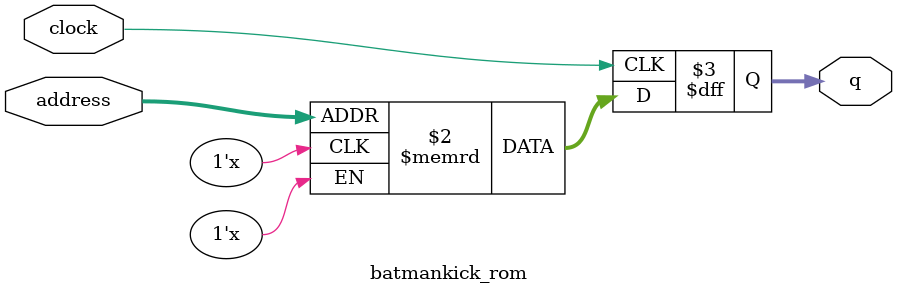
<source format=sv>
module batmankick_rom (
	input logic clock,
	input logic [11:0] address,
	output logic [3:0] q
);

logic [3:0] memory [0:4095] /* synthesis ram_init_file = "./batmankick/batmankick.mif" */;

always_ff @ (posedge clock) begin
	q <= memory[address];
end

endmodule

</source>
